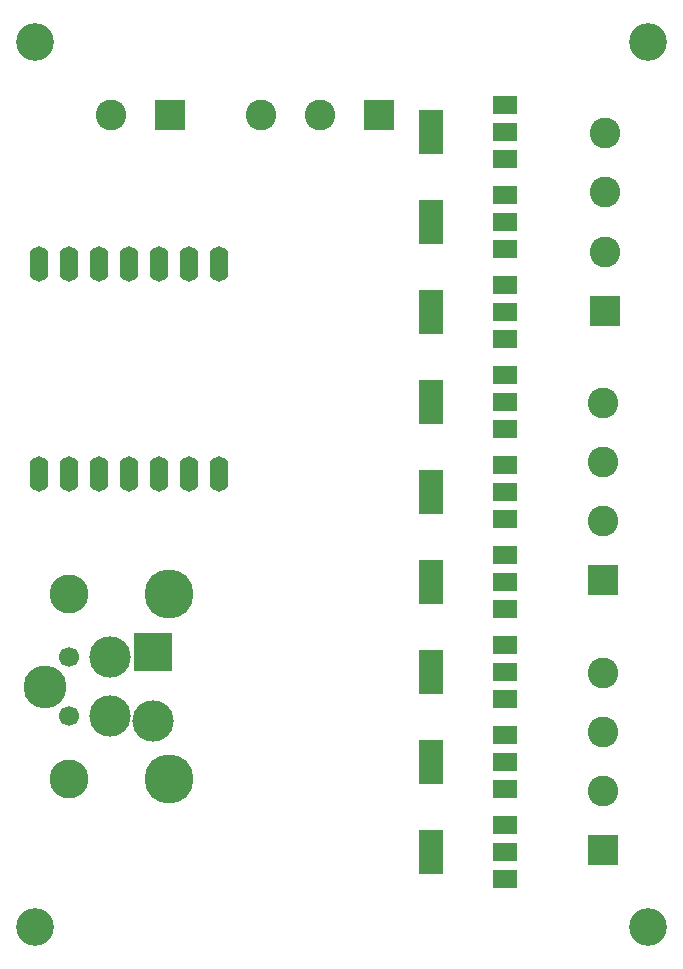
<source format=gbr>
%TF.GenerationSoftware,KiCad,Pcbnew,(6.0.6-0)*%
%TF.CreationDate,2023-10-25T18:50:17+02:00*%
%TF.ProjectId,9outputs,396f7574-7075-4747-932e-6b696361645f,rev?*%
%TF.SameCoordinates,Original*%
%TF.FileFunction,Soldermask,Top*%
%TF.FilePolarity,Negative*%
%FSLAX46Y46*%
G04 Gerber Fmt 4.6, Leading zero omitted, Abs format (unit mm)*
G04 Created by KiCad (PCBNEW (6.0.6-0)) date 2023-10-25 18:50:17*
%MOMM*%
%LPD*%
G01*
G04 APERTURE LIST*
G04 Aperture macros list*
%AMRoundRect*
0 Rectangle with rounded corners*
0 $1 Rounding radius*
0 $2 $3 $4 $5 $6 $7 $8 $9 X,Y pos of 4 corners*
0 Add a 4 corners polygon primitive as box body*
4,1,4,$2,$3,$4,$5,$6,$7,$8,$9,$2,$3,0*
0 Add four circle primitives for the rounded corners*
1,1,$1+$1,$2,$3*
1,1,$1+$1,$4,$5*
1,1,$1+$1,$6,$7*
1,1,$1+$1,$8,$9*
0 Add four rect primitives between the rounded corners*
20,1,$1+$1,$2,$3,$4,$5,0*
20,1,$1+$1,$4,$5,$6,$7,0*
20,1,$1+$1,$6,$7,$8,$9,0*
20,1,$1+$1,$8,$9,$2,$3,0*%
G04 Aperture macros list end*
%ADD10R,2.600000X2.600000*%
%ADD11C,2.600000*%
%ADD12R,2.000000X1.500000*%
%ADD13R,2.000000X3.800000*%
%ADD14C,3.200000*%
%ADD15RoundRect,0.800000X0.000000X-0.700000X0.000000X0.700000X0.000000X0.700000X0.000000X-0.700000X0*%
%ADD16C,1.700000*%
%ADD17R,3.200000X3.200000*%
%ADD18C,3.500000*%
%ADD19C,4.155000*%
%ADD20C,3.300000*%
%ADD21C,3.630000*%
G04 APERTURE END LIST*
D10*
%TO.C,J1*%
X141986000Y-58554000D03*
D11*
X141986000Y-53554000D03*
X141986000Y-48554000D03*
X141986000Y-43554000D03*
%TD*%
D12*
%TO.C,Q7*%
X133506007Y-76213999D03*
X133506007Y-73913999D03*
X133506007Y-71613999D03*
D13*
X127206007Y-73913999D03*
%TD*%
D14*
%TO.C,H4*%
X145641000Y-110744000D03*
%TD*%
%TO.C,H2*%
X93726000Y-110744000D03*
%TD*%
D12*
%TO.C,Q9*%
X133506007Y-68593999D03*
X133506007Y-66293999D03*
X133506007Y-63993999D03*
D13*
X127206007Y-66293999D03*
%TD*%
D15*
%TO.C,U4*%
X94008076Y-72405000D03*
X96548076Y-72405000D03*
X99088076Y-72405000D03*
X101628076Y-72405000D03*
X104168076Y-72405000D03*
X106708076Y-72405000D03*
X109248076Y-72405000D03*
X109248076Y-54625000D03*
X106708076Y-54625000D03*
X104168076Y-54625000D03*
X101628076Y-54625000D03*
X99088076Y-54625000D03*
X96548076Y-54625000D03*
X94008076Y-54625000D03*
%TD*%
D14*
%TO.C,H1*%
X93726000Y-35814000D03*
%TD*%
D12*
%TO.C,Q5*%
X133506007Y-83833999D03*
X133506007Y-81533999D03*
X133506007Y-79233999D03*
D13*
X127206007Y-81533999D03*
%TD*%
D10*
%TO.C,J11*%
X105116000Y-42009000D03*
D11*
X100116000Y-42009000D03*
%TD*%
D12*
%TO.C,Q3*%
X133506007Y-91453999D03*
X133506007Y-89153999D03*
X133506007Y-86853999D03*
D13*
X127206007Y-89153999D03*
%TD*%
D16*
%TO.C,111*%
X96576000Y-87884000D03*
X96576000Y-92884000D03*
D17*
X103726000Y-87484000D03*
D18*
X103726000Y-93284000D03*
X100076000Y-87884000D03*
X100076000Y-92884000D03*
D19*
X105076000Y-82584000D03*
X105076000Y-98184000D03*
D20*
X96576000Y-82584000D03*
X96576000Y-98184000D03*
D21*
X94576000Y-90384000D03*
%TD*%
D10*
%TO.C,J4*%
X122856000Y-42009000D03*
D11*
X117856000Y-42009000D03*
X112856000Y-42009000D03*
%TD*%
D10*
%TO.C,J3*%
X141831000Y-104234000D03*
D11*
X141831000Y-99234000D03*
X141831000Y-94234000D03*
X141831000Y-89234000D03*
%TD*%
D12*
%TO.C,Q2*%
X133506007Y-99073999D03*
X133506007Y-96773999D03*
X133506007Y-94473999D03*
D13*
X127206007Y-96773999D03*
%TD*%
D14*
%TO.C,H3*%
X145641000Y-35814000D03*
%TD*%
D12*
%TO.C,Q1*%
X133506007Y-106693999D03*
X133506007Y-104393999D03*
X133506007Y-102093999D03*
D13*
X127206007Y-104393999D03*
%TD*%
D12*
%TO.C,Q4*%
X133506007Y-60973999D03*
X133506007Y-58673999D03*
X133506007Y-56373999D03*
D13*
X127206007Y-58673999D03*
%TD*%
D12*
%TO.C,Q6*%
X133506007Y-53353999D03*
X133506007Y-51053999D03*
X133506007Y-48753999D03*
D13*
X127206007Y-51053999D03*
%TD*%
D10*
%TO.C,J2*%
X141831000Y-81374000D03*
D11*
X141831000Y-76374000D03*
X141831000Y-71374000D03*
X141831000Y-66374000D03*
%TD*%
D12*
%TO.C,Q8*%
X133506007Y-45733999D03*
X133506007Y-43433999D03*
X133506007Y-41133999D03*
D13*
X127206007Y-43433999D03*
%TD*%
M02*

</source>
